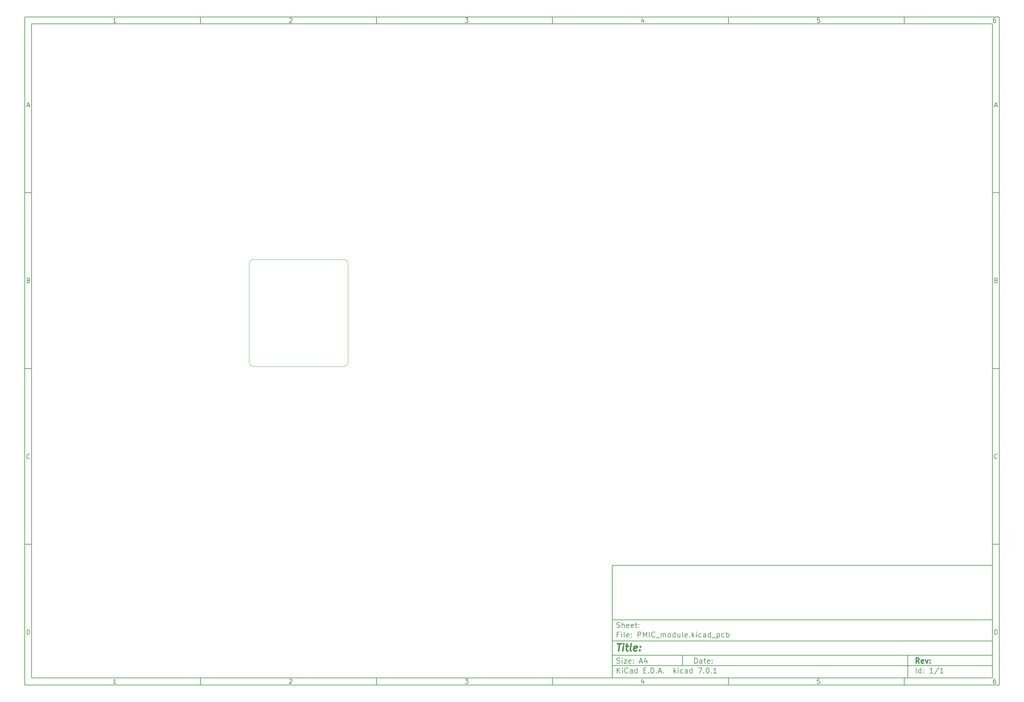
<source format=gbr>
%TF.GenerationSoftware,KiCad,Pcbnew,7.0.1*%
%TF.CreationDate,2023-09-22T10:39:05-04:00*%
%TF.ProjectId,PMIC_module,504d4943-5f6d-46f6-9475-6c652e6b6963,rev?*%
%TF.SameCoordinates,Original*%
%TF.FileFunction,Profile,NP*%
%FSLAX46Y46*%
G04 Gerber Fmt 4.6, Leading zero omitted, Abs format (unit mm)*
G04 Created by KiCad (PCBNEW 7.0.1) date 2023-09-22 10:39:06*
%MOMM*%
%LPD*%
G01*
G04 APERTURE LIST*
%ADD10C,0.100000*%
%ADD11C,0.150000*%
%ADD12C,0.300000*%
%ADD13C,0.400000*%
%TA.AperFunction,Profile*%
%ADD14C,0.100000*%
%TD*%
G04 APERTURE END LIST*
D10*
D11*
X177002200Y-166007200D02*
X285002200Y-166007200D01*
X285002200Y-198007200D01*
X177002200Y-198007200D01*
X177002200Y-166007200D01*
D10*
D11*
X10000000Y-10000000D02*
X287002200Y-10000000D01*
X287002200Y-200007200D01*
X10000000Y-200007200D01*
X10000000Y-10000000D01*
D10*
D11*
X12000000Y-12000000D02*
X285002200Y-12000000D01*
X285002200Y-198007200D01*
X12000000Y-198007200D01*
X12000000Y-12000000D01*
D10*
D11*
X60000000Y-12000000D02*
X60000000Y-10000000D01*
D10*
D11*
X110000000Y-12000000D02*
X110000000Y-10000000D01*
D10*
D11*
X160000000Y-12000000D02*
X160000000Y-10000000D01*
D10*
D11*
X210000000Y-12000000D02*
X210000000Y-10000000D01*
D10*
D11*
X260000000Y-12000000D02*
X260000000Y-10000000D01*
D10*
D11*
X35990476Y-11601404D02*
X35247619Y-11601404D01*
X35619047Y-11601404D02*
X35619047Y-10301404D01*
X35619047Y-10301404D02*
X35495238Y-10487119D01*
X35495238Y-10487119D02*
X35371428Y-10610928D01*
X35371428Y-10610928D02*
X35247619Y-10672833D01*
D10*
D11*
X85247619Y-10425214D02*
X85309523Y-10363309D01*
X85309523Y-10363309D02*
X85433333Y-10301404D01*
X85433333Y-10301404D02*
X85742857Y-10301404D01*
X85742857Y-10301404D02*
X85866666Y-10363309D01*
X85866666Y-10363309D02*
X85928571Y-10425214D01*
X85928571Y-10425214D02*
X85990476Y-10549023D01*
X85990476Y-10549023D02*
X85990476Y-10672833D01*
X85990476Y-10672833D02*
X85928571Y-10858547D01*
X85928571Y-10858547D02*
X85185714Y-11601404D01*
X85185714Y-11601404D02*
X85990476Y-11601404D01*
D10*
D11*
X135185714Y-10301404D02*
X135990476Y-10301404D01*
X135990476Y-10301404D02*
X135557142Y-10796642D01*
X135557142Y-10796642D02*
X135742857Y-10796642D01*
X135742857Y-10796642D02*
X135866666Y-10858547D01*
X135866666Y-10858547D02*
X135928571Y-10920452D01*
X135928571Y-10920452D02*
X135990476Y-11044261D01*
X135990476Y-11044261D02*
X135990476Y-11353785D01*
X135990476Y-11353785D02*
X135928571Y-11477595D01*
X135928571Y-11477595D02*
X135866666Y-11539500D01*
X135866666Y-11539500D02*
X135742857Y-11601404D01*
X135742857Y-11601404D02*
X135371428Y-11601404D01*
X135371428Y-11601404D02*
X135247619Y-11539500D01*
X135247619Y-11539500D02*
X135185714Y-11477595D01*
D10*
D11*
X185866666Y-10734738D02*
X185866666Y-11601404D01*
X185557142Y-10239500D02*
X185247619Y-11168071D01*
X185247619Y-11168071D02*
X186052380Y-11168071D01*
D10*
D11*
X235928571Y-10301404D02*
X235309523Y-10301404D01*
X235309523Y-10301404D02*
X235247619Y-10920452D01*
X235247619Y-10920452D02*
X235309523Y-10858547D01*
X235309523Y-10858547D02*
X235433333Y-10796642D01*
X235433333Y-10796642D02*
X235742857Y-10796642D01*
X235742857Y-10796642D02*
X235866666Y-10858547D01*
X235866666Y-10858547D02*
X235928571Y-10920452D01*
X235928571Y-10920452D02*
X235990476Y-11044261D01*
X235990476Y-11044261D02*
X235990476Y-11353785D01*
X235990476Y-11353785D02*
X235928571Y-11477595D01*
X235928571Y-11477595D02*
X235866666Y-11539500D01*
X235866666Y-11539500D02*
X235742857Y-11601404D01*
X235742857Y-11601404D02*
X235433333Y-11601404D01*
X235433333Y-11601404D02*
X235309523Y-11539500D01*
X235309523Y-11539500D02*
X235247619Y-11477595D01*
D10*
D11*
X285866666Y-10301404D02*
X285619047Y-10301404D01*
X285619047Y-10301404D02*
X285495238Y-10363309D01*
X285495238Y-10363309D02*
X285433333Y-10425214D01*
X285433333Y-10425214D02*
X285309523Y-10610928D01*
X285309523Y-10610928D02*
X285247619Y-10858547D01*
X285247619Y-10858547D02*
X285247619Y-11353785D01*
X285247619Y-11353785D02*
X285309523Y-11477595D01*
X285309523Y-11477595D02*
X285371428Y-11539500D01*
X285371428Y-11539500D02*
X285495238Y-11601404D01*
X285495238Y-11601404D02*
X285742857Y-11601404D01*
X285742857Y-11601404D02*
X285866666Y-11539500D01*
X285866666Y-11539500D02*
X285928571Y-11477595D01*
X285928571Y-11477595D02*
X285990476Y-11353785D01*
X285990476Y-11353785D02*
X285990476Y-11044261D01*
X285990476Y-11044261D02*
X285928571Y-10920452D01*
X285928571Y-10920452D02*
X285866666Y-10858547D01*
X285866666Y-10858547D02*
X285742857Y-10796642D01*
X285742857Y-10796642D02*
X285495238Y-10796642D01*
X285495238Y-10796642D02*
X285371428Y-10858547D01*
X285371428Y-10858547D02*
X285309523Y-10920452D01*
X285309523Y-10920452D02*
X285247619Y-11044261D01*
D10*
D11*
X60000000Y-198007200D02*
X60000000Y-200007200D01*
D10*
D11*
X110000000Y-198007200D02*
X110000000Y-200007200D01*
D10*
D11*
X160000000Y-198007200D02*
X160000000Y-200007200D01*
D10*
D11*
X210000000Y-198007200D02*
X210000000Y-200007200D01*
D10*
D11*
X260000000Y-198007200D02*
X260000000Y-200007200D01*
D10*
D11*
X35990476Y-199608604D02*
X35247619Y-199608604D01*
X35619047Y-199608604D02*
X35619047Y-198308604D01*
X35619047Y-198308604D02*
X35495238Y-198494319D01*
X35495238Y-198494319D02*
X35371428Y-198618128D01*
X35371428Y-198618128D02*
X35247619Y-198680033D01*
D10*
D11*
X85247619Y-198432414D02*
X85309523Y-198370509D01*
X85309523Y-198370509D02*
X85433333Y-198308604D01*
X85433333Y-198308604D02*
X85742857Y-198308604D01*
X85742857Y-198308604D02*
X85866666Y-198370509D01*
X85866666Y-198370509D02*
X85928571Y-198432414D01*
X85928571Y-198432414D02*
X85990476Y-198556223D01*
X85990476Y-198556223D02*
X85990476Y-198680033D01*
X85990476Y-198680033D02*
X85928571Y-198865747D01*
X85928571Y-198865747D02*
X85185714Y-199608604D01*
X85185714Y-199608604D02*
X85990476Y-199608604D01*
D10*
D11*
X135185714Y-198308604D02*
X135990476Y-198308604D01*
X135990476Y-198308604D02*
X135557142Y-198803842D01*
X135557142Y-198803842D02*
X135742857Y-198803842D01*
X135742857Y-198803842D02*
X135866666Y-198865747D01*
X135866666Y-198865747D02*
X135928571Y-198927652D01*
X135928571Y-198927652D02*
X135990476Y-199051461D01*
X135990476Y-199051461D02*
X135990476Y-199360985D01*
X135990476Y-199360985D02*
X135928571Y-199484795D01*
X135928571Y-199484795D02*
X135866666Y-199546700D01*
X135866666Y-199546700D02*
X135742857Y-199608604D01*
X135742857Y-199608604D02*
X135371428Y-199608604D01*
X135371428Y-199608604D02*
X135247619Y-199546700D01*
X135247619Y-199546700D02*
X135185714Y-199484795D01*
D10*
D11*
X185866666Y-198741938D02*
X185866666Y-199608604D01*
X185557142Y-198246700D02*
X185247619Y-199175271D01*
X185247619Y-199175271D02*
X186052380Y-199175271D01*
D10*
D11*
X235928571Y-198308604D02*
X235309523Y-198308604D01*
X235309523Y-198308604D02*
X235247619Y-198927652D01*
X235247619Y-198927652D02*
X235309523Y-198865747D01*
X235309523Y-198865747D02*
X235433333Y-198803842D01*
X235433333Y-198803842D02*
X235742857Y-198803842D01*
X235742857Y-198803842D02*
X235866666Y-198865747D01*
X235866666Y-198865747D02*
X235928571Y-198927652D01*
X235928571Y-198927652D02*
X235990476Y-199051461D01*
X235990476Y-199051461D02*
X235990476Y-199360985D01*
X235990476Y-199360985D02*
X235928571Y-199484795D01*
X235928571Y-199484795D02*
X235866666Y-199546700D01*
X235866666Y-199546700D02*
X235742857Y-199608604D01*
X235742857Y-199608604D02*
X235433333Y-199608604D01*
X235433333Y-199608604D02*
X235309523Y-199546700D01*
X235309523Y-199546700D02*
X235247619Y-199484795D01*
D10*
D11*
X285866666Y-198308604D02*
X285619047Y-198308604D01*
X285619047Y-198308604D02*
X285495238Y-198370509D01*
X285495238Y-198370509D02*
X285433333Y-198432414D01*
X285433333Y-198432414D02*
X285309523Y-198618128D01*
X285309523Y-198618128D02*
X285247619Y-198865747D01*
X285247619Y-198865747D02*
X285247619Y-199360985D01*
X285247619Y-199360985D02*
X285309523Y-199484795D01*
X285309523Y-199484795D02*
X285371428Y-199546700D01*
X285371428Y-199546700D02*
X285495238Y-199608604D01*
X285495238Y-199608604D02*
X285742857Y-199608604D01*
X285742857Y-199608604D02*
X285866666Y-199546700D01*
X285866666Y-199546700D02*
X285928571Y-199484795D01*
X285928571Y-199484795D02*
X285990476Y-199360985D01*
X285990476Y-199360985D02*
X285990476Y-199051461D01*
X285990476Y-199051461D02*
X285928571Y-198927652D01*
X285928571Y-198927652D02*
X285866666Y-198865747D01*
X285866666Y-198865747D02*
X285742857Y-198803842D01*
X285742857Y-198803842D02*
X285495238Y-198803842D01*
X285495238Y-198803842D02*
X285371428Y-198865747D01*
X285371428Y-198865747D02*
X285309523Y-198927652D01*
X285309523Y-198927652D02*
X285247619Y-199051461D01*
D10*
D11*
X10000000Y-60000000D02*
X12000000Y-60000000D01*
D10*
D11*
X10000000Y-110000000D02*
X12000000Y-110000000D01*
D10*
D11*
X10000000Y-160000000D02*
X12000000Y-160000000D01*
D10*
D11*
X10690476Y-35229976D02*
X11309523Y-35229976D01*
X10566666Y-35601404D02*
X10999999Y-34301404D01*
X10999999Y-34301404D02*
X11433333Y-35601404D01*
D10*
D11*
X11092857Y-84920452D02*
X11278571Y-84982357D01*
X11278571Y-84982357D02*
X11340476Y-85044261D01*
X11340476Y-85044261D02*
X11402380Y-85168071D01*
X11402380Y-85168071D02*
X11402380Y-85353785D01*
X11402380Y-85353785D02*
X11340476Y-85477595D01*
X11340476Y-85477595D02*
X11278571Y-85539500D01*
X11278571Y-85539500D02*
X11154761Y-85601404D01*
X11154761Y-85601404D02*
X10659523Y-85601404D01*
X10659523Y-85601404D02*
X10659523Y-84301404D01*
X10659523Y-84301404D02*
X11092857Y-84301404D01*
X11092857Y-84301404D02*
X11216666Y-84363309D01*
X11216666Y-84363309D02*
X11278571Y-84425214D01*
X11278571Y-84425214D02*
X11340476Y-84549023D01*
X11340476Y-84549023D02*
X11340476Y-84672833D01*
X11340476Y-84672833D02*
X11278571Y-84796642D01*
X11278571Y-84796642D02*
X11216666Y-84858547D01*
X11216666Y-84858547D02*
X11092857Y-84920452D01*
X11092857Y-84920452D02*
X10659523Y-84920452D01*
D10*
D11*
X11402380Y-135477595D02*
X11340476Y-135539500D01*
X11340476Y-135539500D02*
X11154761Y-135601404D01*
X11154761Y-135601404D02*
X11030952Y-135601404D01*
X11030952Y-135601404D02*
X10845238Y-135539500D01*
X10845238Y-135539500D02*
X10721428Y-135415690D01*
X10721428Y-135415690D02*
X10659523Y-135291880D01*
X10659523Y-135291880D02*
X10597619Y-135044261D01*
X10597619Y-135044261D02*
X10597619Y-134858547D01*
X10597619Y-134858547D02*
X10659523Y-134610928D01*
X10659523Y-134610928D02*
X10721428Y-134487119D01*
X10721428Y-134487119D02*
X10845238Y-134363309D01*
X10845238Y-134363309D02*
X11030952Y-134301404D01*
X11030952Y-134301404D02*
X11154761Y-134301404D01*
X11154761Y-134301404D02*
X11340476Y-134363309D01*
X11340476Y-134363309D02*
X11402380Y-134425214D01*
D10*
D11*
X10659523Y-185601404D02*
X10659523Y-184301404D01*
X10659523Y-184301404D02*
X10969047Y-184301404D01*
X10969047Y-184301404D02*
X11154761Y-184363309D01*
X11154761Y-184363309D02*
X11278571Y-184487119D01*
X11278571Y-184487119D02*
X11340476Y-184610928D01*
X11340476Y-184610928D02*
X11402380Y-184858547D01*
X11402380Y-184858547D02*
X11402380Y-185044261D01*
X11402380Y-185044261D02*
X11340476Y-185291880D01*
X11340476Y-185291880D02*
X11278571Y-185415690D01*
X11278571Y-185415690D02*
X11154761Y-185539500D01*
X11154761Y-185539500D02*
X10969047Y-185601404D01*
X10969047Y-185601404D02*
X10659523Y-185601404D01*
D10*
D11*
X287002200Y-60000000D02*
X285002200Y-60000000D01*
D10*
D11*
X287002200Y-110000000D02*
X285002200Y-110000000D01*
D10*
D11*
X287002200Y-160000000D02*
X285002200Y-160000000D01*
D10*
D11*
X285692676Y-35229976D02*
X286311723Y-35229976D01*
X285568866Y-35601404D02*
X286002199Y-34301404D01*
X286002199Y-34301404D02*
X286435533Y-35601404D01*
D10*
D11*
X286095057Y-84920452D02*
X286280771Y-84982357D01*
X286280771Y-84982357D02*
X286342676Y-85044261D01*
X286342676Y-85044261D02*
X286404580Y-85168071D01*
X286404580Y-85168071D02*
X286404580Y-85353785D01*
X286404580Y-85353785D02*
X286342676Y-85477595D01*
X286342676Y-85477595D02*
X286280771Y-85539500D01*
X286280771Y-85539500D02*
X286156961Y-85601404D01*
X286156961Y-85601404D02*
X285661723Y-85601404D01*
X285661723Y-85601404D02*
X285661723Y-84301404D01*
X285661723Y-84301404D02*
X286095057Y-84301404D01*
X286095057Y-84301404D02*
X286218866Y-84363309D01*
X286218866Y-84363309D02*
X286280771Y-84425214D01*
X286280771Y-84425214D02*
X286342676Y-84549023D01*
X286342676Y-84549023D02*
X286342676Y-84672833D01*
X286342676Y-84672833D02*
X286280771Y-84796642D01*
X286280771Y-84796642D02*
X286218866Y-84858547D01*
X286218866Y-84858547D02*
X286095057Y-84920452D01*
X286095057Y-84920452D02*
X285661723Y-84920452D01*
D10*
D11*
X286404580Y-135477595D02*
X286342676Y-135539500D01*
X286342676Y-135539500D02*
X286156961Y-135601404D01*
X286156961Y-135601404D02*
X286033152Y-135601404D01*
X286033152Y-135601404D02*
X285847438Y-135539500D01*
X285847438Y-135539500D02*
X285723628Y-135415690D01*
X285723628Y-135415690D02*
X285661723Y-135291880D01*
X285661723Y-135291880D02*
X285599819Y-135044261D01*
X285599819Y-135044261D02*
X285599819Y-134858547D01*
X285599819Y-134858547D02*
X285661723Y-134610928D01*
X285661723Y-134610928D02*
X285723628Y-134487119D01*
X285723628Y-134487119D02*
X285847438Y-134363309D01*
X285847438Y-134363309D02*
X286033152Y-134301404D01*
X286033152Y-134301404D02*
X286156961Y-134301404D01*
X286156961Y-134301404D02*
X286342676Y-134363309D01*
X286342676Y-134363309D02*
X286404580Y-134425214D01*
D10*
D11*
X285661723Y-185601404D02*
X285661723Y-184301404D01*
X285661723Y-184301404D02*
X285971247Y-184301404D01*
X285971247Y-184301404D02*
X286156961Y-184363309D01*
X286156961Y-184363309D02*
X286280771Y-184487119D01*
X286280771Y-184487119D02*
X286342676Y-184610928D01*
X286342676Y-184610928D02*
X286404580Y-184858547D01*
X286404580Y-184858547D02*
X286404580Y-185044261D01*
X286404580Y-185044261D02*
X286342676Y-185291880D01*
X286342676Y-185291880D02*
X286280771Y-185415690D01*
X286280771Y-185415690D02*
X286156961Y-185539500D01*
X286156961Y-185539500D02*
X285971247Y-185601404D01*
X285971247Y-185601404D02*
X285661723Y-185601404D01*
D10*
D11*
X200359342Y-193801128D02*
X200359342Y-192301128D01*
X200359342Y-192301128D02*
X200716485Y-192301128D01*
X200716485Y-192301128D02*
X200930771Y-192372557D01*
X200930771Y-192372557D02*
X201073628Y-192515414D01*
X201073628Y-192515414D02*
X201145057Y-192658271D01*
X201145057Y-192658271D02*
X201216485Y-192943985D01*
X201216485Y-192943985D02*
X201216485Y-193158271D01*
X201216485Y-193158271D02*
X201145057Y-193443985D01*
X201145057Y-193443985D02*
X201073628Y-193586842D01*
X201073628Y-193586842D02*
X200930771Y-193729700D01*
X200930771Y-193729700D02*
X200716485Y-193801128D01*
X200716485Y-193801128D02*
X200359342Y-193801128D01*
X202502200Y-193801128D02*
X202502200Y-193015414D01*
X202502200Y-193015414D02*
X202430771Y-192872557D01*
X202430771Y-192872557D02*
X202287914Y-192801128D01*
X202287914Y-192801128D02*
X202002200Y-192801128D01*
X202002200Y-192801128D02*
X201859342Y-192872557D01*
X202502200Y-193729700D02*
X202359342Y-193801128D01*
X202359342Y-193801128D02*
X202002200Y-193801128D01*
X202002200Y-193801128D02*
X201859342Y-193729700D01*
X201859342Y-193729700D02*
X201787914Y-193586842D01*
X201787914Y-193586842D02*
X201787914Y-193443985D01*
X201787914Y-193443985D02*
X201859342Y-193301128D01*
X201859342Y-193301128D02*
X202002200Y-193229700D01*
X202002200Y-193229700D02*
X202359342Y-193229700D01*
X202359342Y-193229700D02*
X202502200Y-193158271D01*
X203002200Y-192801128D02*
X203573628Y-192801128D01*
X203216485Y-192301128D02*
X203216485Y-193586842D01*
X203216485Y-193586842D02*
X203287914Y-193729700D01*
X203287914Y-193729700D02*
X203430771Y-193801128D01*
X203430771Y-193801128D02*
X203573628Y-193801128D01*
X204645057Y-193729700D02*
X204502200Y-193801128D01*
X204502200Y-193801128D02*
X204216486Y-193801128D01*
X204216486Y-193801128D02*
X204073628Y-193729700D01*
X204073628Y-193729700D02*
X204002200Y-193586842D01*
X204002200Y-193586842D02*
X204002200Y-193015414D01*
X204002200Y-193015414D02*
X204073628Y-192872557D01*
X204073628Y-192872557D02*
X204216486Y-192801128D01*
X204216486Y-192801128D02*
X204502200Y-192801128D01*
X204502200Y-192801128D02*
X204645057Y-192872557D01*
X204645057Y-192872557D02*
X204716486Y-193015414D01*
X204716486Y-193015414D02*
X204716486Y-193158271D01*
X204716486Y-193158271D02*
X204002200Y-193301128D01*
X205359342Y-193658271D02*
X205430771Y-193729700D01*
X205430771Y-193729700D02*
X205359342Y-193801128D01*
X205359342Y-193801128D02*
X205287914Y-193729700D01*
X205287914Y-193729700D02*
X205359342Y-193658271D01*
X205359342Y-193658271D02*
X205359342Y-193801128D01*
X205359342Y-192872557D02*
X205430771Y-192943985D01*
X205430771Y-192943985D02*
X205359342Y-193015414D01*
X205359342Y-193015414D02*
X205287914Y-192943985D01*
X205287914Y-192943985D02*
X205359342Y-192872557D01*
X205359342Y-192872557D02*
X205359342Y-193015414D01*
D10*
D11*
X177002200Y-194507200D02*
X285002200Y-194507200D01*
D10*
D11*
X178359342Y-196601128D02*
X178359342Y-195101128D01*
X179216485Y-196601128D02*
X178573628Y-195743985D01*
X179216485Y-195101128D02*
X178359342Y-195958271D01*
X179859342Y-196601128D02*
X179859342Y-195601128D01*
X179859342Y-195101128D02*
X179787914Y-195172557D01*
X179787914Y-195172557D02*
X179859342Y-195243985D01*
X179859342Y-195243985D02*
X179930771Y-195172557D01*
X179930771Y-195172557D02*
X179859342Y-195101128D01*
X179859342Y-195101128D02*
X179859342Y-195243985D01*
X181430771Y-196458271D02*
X181359343Y-196529700D01*
X181359343Y-196529700D02*
X181145057Y-196601128D01*
X181145057Y-196601128D02*
X181002200Y-196601128D01*
X181002200Y-196601128D02*
X180787914Y-196529700D01*
X180787914Y-196529700D02*
X180645057Y-196386842D01*
X180645057Y-196386842D02*
X180573628Y-196243985D01*
X180573628Y-196243985D02*
X180502200Y-195958271D01*
X180502200Y-195958271D02*
X180502200Y-195743985D01*
X180502200Y-195743985D02*
X180573628Y-195458271D01*
X180573628Y-195458271D02*
X180645057Y-195315414D01*
X180645057Y-195315414D02*
X180787914Y-195172557D01*
X180787914Y-195172557D02*
X181002200Y-195101128D01*
X181002200Y-195101128D02*
X181145057Y-195101128D01*
X181145057Y-195101128D02*
X181359343Y-195172557D01*
X181359343Y-195172557D02*
X181430771Y-195243985D01*
X182716486Y-196601128D02*
X182716486Y-195815414D01*
X182716486Y-195815414D02*
X182645057Y-195672557D01*
X182645057Y-195672557D02*
X182502200Y-195601128D01*
X182502200Y-195601128D02*
X182216486Y-195601128D01*
X182216486Y-195601128D02*
X182073628Y-195672557D01*
X182716486Y-196529700D02*
X182573628Y-196601128D01*
X182573628Y-196601128D02*
X182216486Y-196601128D01*
X182216486Y-196601128D02*
X182073628Y-196529700D01*
X182073628Y-196529700D02*
X182002200Y-196386842D01*
X182002200Y-196386842D02*
X182002200Y-196243985D01*
X182002200Y-196243985D02*
X182073628Y-196101128D01*
X182073628Y-196101128D02*
X182216486Y-196029700D01*
X182216486Y-196029700D02*
X182573628Y-196029700D01*
X182573628Y-196029700D02*
X182716486Y-195958271D01*
X184073629Y-196601128D02*
X184073629Y-195101128D01*
X184073629Y-196529700D02*
X183930771Y-196601128D01*
X183930771Y-196601128D02*
X183645057Y-196601128D01*
X183645057Y-196601128D02*
X183502200Y-196529700D01*
X183502200Y-196529700D02*
X183430771Y-196458271D01*
X183430771Y-196458271D02*
X183359343Y-196315414D01*
X183359343Y-196315414D02*
X183359343Y-195886842D01*
X183359343Y-195886842D02*
X183430771Y-195743985D01*
X183430771Y-195743985D02*
X183502200Y-195672557D01*
X183502200Y-195672557D02*
X183645057Y-195601128D01*
X183645057Y-195601128D02*
X183930771Y-195601128D01*
X183930771Y-195601128D02*
X184073629Y-195672557D01*
X185930771Y-195815414D02*
X186430771Y-195815414D01*
X186645057Y-196601128D02*
X185930771Y-196601128D01*
X185930771Y-196601128D02*
X185930771Y-195101128D01*
X185930771Y-195101128D02*
X186645057Y-195101128D01*
X187287914Y-196458271D02*
X187359343Y-196529700D01*
X187359343Y-196529700D02*
X187287914Y-196601128D01*
X187287914Y-196601128D02*
X187216486Y-196529700D01*
X187216486Y-196529700D02*
X187287914Y-196458271D01*
X187287914Y-196458271D02*
X187287914Y-196601128D01*
X188002200Y-196601128D02*
X188002200Y-195101128D01*
X188002200Y-195101128D02*
X188359343Y-195101128D01*
X188359343Y-195101128D02*
X188573629Y-195172557D01*
X188573629Y-195172557D02*
X188716486Y-195315414D01*
X188716486Y-195315414D02*
X188787915Y-195458271D01*
X188787915Y-195458271D02*
X188859343Y-195743985D01*
X188859343Y-195743985D02*
X188859343Y-195958271D01*
X188859343Y-195958271D02*
X188787915Y-196243985D01*
X188787915Y-196243985D02*
X188716486Y-196386842D01*
X188716486Y-196386842D02*
X188573629Y-196529700D01*
X188573629Y-196529700D02*
X188359343Y-196601128D01*
X188359343Y-196601128D02*
X188002200Y-196601128D01*
X189502200Y-196458271D02*
X189573629Y-196529700D01*
X189573629Y-196529700D02*
X189502200Y-196601128D01*
X189502200Y-196601128D02*
X189430772Y-196529700D01*
X189430772Y-196529700D02*
X189502200Y-196458271D01*
X189502200Y-196458271D02*
X189502200Y-196601128D01*
X190145058Y-196172557D02*
X190859344Y-196172557D01*
X190002201Y-196601128D02*
X190502201Y-195101128D01*
X190502201Y-195101128D02*
X191002201Y-196601128D01*
X191502200Y-196458271D02*
X191573629Y-196529700D01*
X191573629Y-196529700D02*
X191502200Y-196601128D01*
X191502200Y-196601128D02*
X191430772Y-196529700D01*
X191430772Y-196529700D02*
X191502200Y-196458271D01*
X191502200Y-196458271D02*
X191502200Y-196601128D01*
X194502200Y-196601128D02*
X194502200Y-195101128D01*
X194645058Y-196029700D02*
X195073629Y-196601128D01*
X195073629Y-195601128D02*
X194502200Y-196172557D01*
X195716486Y-196601128D02*
X195716486Y-195601128D01*
X195716486Y-195101128D02*
X195645058Y-195172557D01*
X195645058Y-195172557D02*
X195716486Y-195243985D01*
X195716486Y-195243985D02*
X195787915Y-195172557D01*
X195787915Y-195172557D02*
X195716486Y-195101128D01*
X195716486Y-195101128D02*
X195716486Y-195243985D01*
X197073630Y-196529700D02*
X196930772Y-196601128D01*
X196930772Y-196601128D02*
X196645058Y-196601128D01*
X196645058Y-196601128D02*
X196502201Y-196529700D01*
X196502201Y-196529700D02*
X196430772Y-196458271D01*
X196430772Y-196458271D02*
X196359344Y-196315414D01*
X196359344Y-196315414D02*
X196359344Y-195886842D01*
X196359344Y-195886842D02*
X196430772Y-195743985D01*
X196430772Y-195743985D02*
X196502201Y-195672557D01*
X196502201Y-195672557D02*
X196645058Y-195601128D01*
X196645058Y-195601128D02*
X196930772Y-195601128D01*
X196930772Y-195601128D02*
X197073630Y-195672557D01*
X198359344Y-196601128D02*
X198359344Y-195815414D01*
X198359344Y-195815414D02*
X198287915Y-195672557D01*
X198287915Y-195672557D02*
X198145058Y-195601128D01*
X198145058Y-195601128D02*
X197859344Y-195601128D01*
X197859344Y-195601128D02*
X197716486Y-195672557D01*
X198359344Y-196529700D02*
X198216486Y-196601128D01*
X198216486Y-196601128D02*
X197859344Y-196601128D01*
X197859344Y-196601128D02*
X197716486Y-196529700D01*
X197716486Y-196529700D02*
X197645058Y-196386842D01*
X197645058Y-196386842D02*
X197645058Y-196243985D01*
X197645058Y-196243985D02*
X197716486Y-196101128D01*
X197716486Y-196101128D02*
X197859344Y-196029700D01*
X197859344Y-196029700D02*
X198216486Y-196029700D01*
X198216486Y-196029700D02*
X198359344Y-195958271D01*
X199716487Y-196601128D02*
X199716487Y-195101128D01*
X199716487Y-196529700D02*
X199573629Y-196601128D01*
X199573629Y-196601128D02*
X199287915Y-196601128D01*
X199287915Y-196601128D02*
X199145058Y-196529700D01*
X199145058Y-196529700D02*
X199073629Y-196458271D01*
X199073629Y-196458271D02*
X199002201Y-196315414D01*
X199002201Y-196315414D02*
X199002201Y-195886842D01*
X199002201Y-195886842D02*
X199073629Y-195743985D01*
X199073629Y-195743985D02*
X199145058Y-195672557D01*
X199145058Y-195672557D02*
X199287915Y-195601128D01*
X199287915Y-195601128D02*
X199573629Y-195601128D01*
X199573629Y-195601128D02*
X199716487Y-195672557D01*
X201430772Y-195101128D02*
X202430772Y-195101128D01*
X202430772Y-195101128D02*
X201787915Y-196601128D01*
X203002200Y-196458271D02*
X203073629Y-196529700D01*
X203073629Y-196529700D02*
X203002200Y-196601128D01*
X203002200Y-196601128D02*
X202930772Y-196529700D01*
X202930772Y-196529700D02*
X203002200Y-196458271D01*
X203002200Y-196458271D02*
X203002200Y-196601128D01*
X204002201Y-195101128D02*
X204145058Y-195101128D01*
X204145058Y-195101128D02*
X204287915Y-195172557D01*
X204287915Y-195172557D02*
X204359344Y-195243985D01*
X204359344Y-195243985D02*
X204430772Y-195386842D01*
X204430772Y-195386842D02*
X204502201Y-195672557D01*
X204502201Y-195672557D02*
X204502201Y-196029700D01*
X204502201Y-196029700D02*
X204430772Y-196315414D01*
X204430772Y-196315414D02*
X204359344Y-196458271D01*
X204359344Y-196458271D02*
X204287915Y-196529700D01*
X204287915Y-196529700D02*
X204145058Y-196601128D01*
X204145058Y-196601128D02*
X204002201Y-196601128D01*
X204002201Y-196601128D02*
X203859344Y-196529700D01*
X203859344Y-196529700D02*
X203787915Y-196458271D01*
X203787915Y-196458271D02*
X203716486Y-196315414D01*
X203716486Y-196315414D02*
X203645058Y-196029700D01*
X203645058Y-196029700D02*
X203645058Y-195672557D01*
X203645058Y-195672557D02*
X203716486Y-195386842D01*
X203716486Y-195386842D02*
X203787915Y-195243985D01*
X203787915Y-195243985D02*
X203859344Y-195172557D01*
X203859344Y-195172557D02*
X204002201Y-195101128D01*
X205145057Y-196458271D02*
X205216486Y-196529700D01*
X205216486Y-196529700D02*
X205145057Y-196601128D01*
X205145057Y-196601128D02*
X205073629Y-196529700D01*
X205073629Y-196529700D02*
X205145057Y-196458271D01*
X205145057Y-196458271D02*
X205145057Y-196601128D01*
X206645058Y-196601128D02*
X205787915Y-196601128D01*
X206216486Y-196601128D02*
X206216486Y-195101128D01*
X206216486Y-195101128D02*
X206073629Y-195315414D01*
X206073629Y-195315414D02*
X205930772Y-195458271D01*
X205930772Y-195458271D02*
X205787915Y-195529700D01*
D10*
D11*
X177002200Y-191507200D02*
X285002200Y-191507200D01*
D10*
D12*
X264216485Y-193801128D02*
X263716485Y-193086842D01*
X263359342Y-193801128D02*
X263359342Y-192301128D01*
X263359342Y-192301128D02*
X263930771Y-192301128D01*
X263930771Y-192301128D02*
X264073628Y-192372557D01*
X264073628Y-192372557D02*
X264145057Y-192443985D01*
X264145057Y-192443985D02*
X264216485Y-192586842D01*
X264216485Y-192586842D02*
X264216485Y-192801128D01*
X264216485Y-192801128D02*
X264145057Y-192943985D01*
X264145057Y-192943985D02*
X264073628Y-193015414D01*
X264073628Y-193015414D02*
X263930771Y-193086842D01*
X263930771Y-193086842D02*
X263359342Y-193086842D01*
X265430771Y-193729700D02*
X265287914Y-193801128D01*
X265287914Y-193801128D02*
X265002200Y-193801128D01*
X265002200Y-193801128D02*
X264859342Y-193729700D01*
X264859342Y-193729700D02*
X264787914Y-193586842D01*
X264787914Y-193586842D02*
X264787914Y-193015414D01*
X264787914Y-193015414D02*
X264859342Y-192872557D01*
X264859342Y-192872557D02*
X265002200Y-192801128D01*
X265002200Y-192801128D02*
X265287914Y-192801128D01*
X265287914Y-192801128D02*
X265430771Y-192872557D01*
X265430771Y-192872557D02*
X265502200Y-193015414D01*
X265502200Y-193015414D02*
X265502200Y-193158271D01*
X265502200Y-193158271D02*
X264787914Y-193301128D01*
X266002199Y-192801128D02*
X266359342Y-193801128D01*
X266359342Y-193801128D02*
X266716485Y-192801128D01*
X267287913Y-193658271D02*
X267359342Y-193729700D01*
X267359342Y-193729700D02*
X267287913Y-193801128D01*
X267287913Y-193801128D02*
X267216485Y-193729700D01*
X267216485Y-193729700D02*
X267287913Y-193658271D01*
X267287913Y-193658271D02*
X267287913Y-193801128D01*
X267287913Y-192872557D02*
X267359342Y-192943985D01*
X267359342Y-192943985D02*
X267287913Y-193015414D01*
X267287913Y-193015414D02*
X267216485Y-192943985D01*
X267216485Y-192943985D02*
X267287913Y-192872557D01*
X267287913Y-192872557D02*
X267287913Y-193015414D01*
D10*
D11*
X178287914Y-193729700D02*
X178502200Y-193801128D01*
X178502200Y-193801128D02*
X178859342Y-193801128D01*
X178859342Y-193801128D02*
X179002200Y-193729700D01*
X179002200Y-193729700D02*
X179073628Y-193658271D01*
X179073628Y-193658271D02*
X179145057Y-193515414D01*
X179145057Y-193515414D02*
X179145057Y-193372557D01*
X179145057Y-193372557D02*
X179073628Y-193229700D01*
X179073628Y-193229700D02*
X179002200Y-193158271D01*
X179002200Y-193158271D02*
X178859342Y-193086842D01*
X178859342Y-193086842D02*
X178573628Y-193015414D01*
X178573628Y-193015414D02*
X178430771Y-192943985D01*
X178430771Y-192943985D02*
X178359342Y-192872557D01*
X178359342Y-192872557D02*
X178287914Y-192729700D01*
X178287914Y-192729700D02*
X178287914Y-192586842D01*
X178287914Y-192586842D02*
X178359342Y-192443985D01*
X178359342Y-192443985D02*
X178430771Y-192372557D01*
X178430771Y-192372557D02*
X178573628Y-192301128D01*
X178573628Y-192301128D02*
X178930771Y-192301128D01*
X178930771Y-192301128D02*
X179145057Y-192372557D01*
X179787913Y-193801128D02*
X179787913Y-192801128D01*
X179787913Y-192301128D02*
X179716485Y-192372557D01*
X179716485Y-192372557D02*
X179787913Y-192443985D01*
X179787913Y-192443985D02*
X179859342Y-192372557D01*
X179859342Y-192372557D02*
X179787913Y-192301128D01*
X179787913Y-192301128D02*
X179787913Y-192443985D01*
X180359342Y-192801128D02*
X181145057Y-192801128D01*
X181145057Y-192801128D02*
X180359342Y-193801128D01*
X180359342Y-193801128D02*
X181145057Y-193801128D01*
X182287914Y-193729700D02*
X182145057Y-193801128D01*
X182145057Y-193801128D02*
X181859343Y-193801128D01*
X181859343Y-193801128D02*
X181716485Y-193729700D01*
X181716485Y-193729700D02*
X181645057Y-193586842D01*
X181645057Y-193586842D02*
X181645057Y-193015414D01*
X181645057Y-193015414D02*
X181716485Y-192872557D01*
X181716485Y-192872557D02*
X181859343Y-192801128D01*
X181859343Y-192801128D02*
X182145057Y-192801128D01*
X182145057Y-192801128D02*
X182287914Y-192872557D01*
X182287914Y-192872557D02*
X182359343Y-193015414D01*
X182359343Y-193015414D02*
X182359343Y-193158271D01*
X182359343Y-193158271D02*
X181645057Y-193301128D01*
X183002199Y-193658271D02*
X183073628Y-193729700D01*
X183073628Y-193729700D02*
X183002199Y-193801128D01*
X183002199Y-193801128D02*
X182930771Y-193729700D01*
X182930771Y-193729700D02*
X183002199Y-193658271D01*
X183002199Y-193658271D02*
X183002199Y-193801128D01*
X183002199Y-192872557D02*
X183073628Y-192943985D01*
X183073628Y-192943985D02*
X183002199Y-193015414D01*
X183002199Y-193015414D02*
X182930771Y-192943985D01*
X182930771Y-192943985D02*
X183002199Y-192872557D01*
X183002199Y-192872557D02*
X183002199Y-193015414D01*
X184787914Y-193372557D02*
X185502200Y-193372557D01*
X184645057Y-193801128D02*
X185145057Y-192301128D01*
X185145057Y-192301128D02*
X185645057Y-193801128D01*
X186787914Y-192801128D02*
X186787914Y-193801128D01*
X186430771Y-192229700D02*
X186073628Y-193301128D01*
X186073628Y-193301128D02*
X187002199Y-193301128D01*
D10*
D11*
X263359342Y-196601128D02*
X263359342Y-195101128D01*
X264716486Y-196601128D02*
X264716486Y-195101128D01*
X264716486Y-196529700D02*
X264573628Y-196601128D01*
X264573628Y-196601128D02*
X264287914Y-196601128D01*
X264287914Y-196601128D02*
X264145057Y-196529700D01*
X264145057Y-196529700D02*
X264073628Y-196458271D01*
X264073628Y-196458271D02*
X264002200Y-196315414D01*
X264002200Y-196315414D02*
X264002200Y-195886842D01*
X264002200Y-195886842D02*
X264073628Y-195743985D01*
X264073628Y-195743985D02*
X264145057Y-195672557D01*
X264145057Y-195672557D02*
X264287914Y-195601128D01*
X264287914Y-195601128D02*
X264573628Y-195601128D01*
X264573628Y-195601128D02*
X264716486Y-195672557D01*
X265430771Y-196458271D02*
X265502200Y-196529700D01*
X265502200Y-196529700D02*
X265430771Y-196601128D01*
X265430771Y-196601128D02*
X265359343Y-196529700D01*
X265359343Y-196529700D02*
X265430771Y-196458271D01*
X265430771Y-196458271D02*
X265430771Y-196601128D01*
X265430771Y-195672557D02*
X265502200Y-195743985D01*
X265502200Y-195743985D02*
X265430771Y-195815414D01*
X265430771Y-195815414D02*
X265359343Y-195743985D01*
X265359343Y-195743985D02*
X265430771Y-195672557D01*
X265430771Y-195672557D02*
X265430771Y-195815414D01*
X268073629Y-196601128D02*
X267216486Y-196601128D01*
X267645057Y-196601128D02*
X267645057Y-195101128D01*
X267645057Y-195101128D02*
X267502200Y-195315414D01*
X267502200Y-195315414D02*
X267359343Y-195458271D01*
X267359343Y-195458271D02*
X267216486Y-195529700D01*
X269787914Y-195029700D02*
X268502200Y-196958271D01*
X271073629Y-196601128D02*
X270216486Y-196601128D01*
X270645057Y-196601128D02*
X270645057Y-195101128D01*
X270645057Y-195101128D02*
X270502200Y-195315414D01*
X270502200Y-195315414D02*
X270359343Y-195458271D01*
X270359343Y-195458271D02*
X270216486Y-195529700D01*
D10*
D11*
X177002200Y-187507200D02*
X285002200Y-187507200D01*
D10*
D13*
X178430771Y-188232438D02*
X179573628Y-188232438D01*
X178752200Y-190232438D02*
X179002200Y-188232438D01*
X179978390Y-190232438D02*
X180145057Y-188899104D01*
X180228390Y-188232438D02*
X180121247Y-188327676D01*
X180121247Y-188327676D02*
X180204581Y-188422914D01*
X180204581Y-188422914D02*
X180311724Y-188327676D01*
X180311724Y-188327676D02*
X180228390Y-188232438D01*
X180228390Y-188232438D02*
X180204581Y-188422914D01*
X180799819Y-188899104D02*
X181561723Y-188899104D01*
X181168866Y-188232438D02*
X180954581Y-189946723D01*
X180954581Y-189946723D02*
X181026009Y-190137200D01*
X181026009Y-190137200D02*
X181204581Y-190232438D01*
X181204581Y-190232438D02*
X181395057Y-190232438D01*
X182335533Y-190232438D02*
X182156961Y-190137200D01*
X182156961Y-190137200D02*
X182085533Y-189946723D01*
X182085533Y-189946723D02*
X182299818Y-188232438D01*
X183859342Y-190137200D02*
X183656961Y-190232438D01*
X183656961Y-190232438D02*
X183276008Y-190232438D01*
X183276008Y-190232438D02*
X183097437Y-190137200D01*
X183097437Y-190137200D02*
X183026008Y-189946723D01*
X183026008Y-189946723D02*
X183121247Y-189184819D01*
X183121247Y-189184819D02*
X183240294Y-188994342D01*
X183240294Y-188994342D02*
X183442675Y-188899104D01*
X183442675Y-188899104D02*
X183823627Y-188899104D01*
X183823627Y-188899104D02*
X184002199Y-188994342D01*
X184002199Y-188994342D02*
X184073627Y-189184819D01*
X184073627Y-189184819D02*
X184049818Y-189375295D01*
X184049818Y-189375295D02*
X183073627Y-189565771D01*
X184811723Y-190041961D02*
X184895056Y-190137200D01*
X184895056Y-190137200D02*
X184787913Y-190232438D01*
X184787913Y-190232438D02*
X184704580Y-190137200D01*
X184704580Y-190137200D02*
X184811723Y-190041961D01*
X184811723Y-190041961D02*
X184787913Y-190232438D01*
X184942675Y-188994342D02*
X185026008Y-189089580D01*
X185026008Y-189089580D02*
X184918866Y-189184819D01*
X184918866Y-189184819D02*
X184835532Y-189089580D01*
X184835532Y-189089580D02*
X184942675Y-188994342D01*
X184942675Y-188994342D02*
X184918866Y-189184819D01*
D10*
D11*
X178859342Y-185615414D02*
X178359342Y-185615414D01*
X178359342Y-186401128D02*
X178359342Y-184901128D01*
X178359342Y-184901128D02*
X179073628Y-184901128D01*
X179645056Y-186401128D02*
X179645056Y-185401128D01*
X179645056Y-184901128D02*
X179573628Y-184972557D01*
X179573628Y-184972557D02*
X179645056Y-185043985D01*
X179645056Y-185043985D02*
X179716485Y-184972557D01*
X179716485Y-184972557D02*
X179645056Y-184901128D01*
X179645056Y-184901128D02*
X179645056Y-185043985D01*
X180573628Y-186401128D02*
X180430771Y-186329700D01*
X180430771Y-186329700D02*
X180359342Y-186186842D01*
X180359342Y-186186842D02*
X180359342Y-184901128D01*
X181716485Y-186329700D02*
X181573628Y-186401128D01*
X181573628Y-186401128D02*
X181287914Y-186401128D01*
X181287914Y-186401128D02*
X181145056Y-186329700D01*
X181145056Y-186329700D02*
X181073628Y-186186842D01*
X181073628Y-186186842D02*
X181073628Y-185615414D01*
X181073628Y-185615414D02*
X181145056Y-185472557D01*
X181145056Y-185472557D02*
X181287914Y-185401128D01*
X181287914Y-185401128D02*
X181573628Y-185401128D01*
X181573628Y-185401128D02*
X181716485Y-185472557D01*
X181716485Y-185472557D02*
X181787914Y-185615414D01*
X181787914Y-185615414D02*
X181787914Y-185758271D01*
X181787914Y-185758271D02*
X181073628Y-185901128D01*
X182430770Y-186258271D02*
X182502199Y-186329700D01*
X182502199Y-186329700D02*
X182430770Y-186401128D01*
X182430770Y-186401128D02*
X182359342Y-186329700D01*
X182359342Y-186329700D02*
X182430770Y-186258271D01*
X182430770Y-186258271D02*
X182430770Y-186401128D01*
X182430770Y-185472557D02*
X182502199Y-185543985D01*
X182502199Y-185543985D02*
X182430770Y-185615414D01*
X182430770Y-185615414D02*
X182359342Y-185543985D01*
X182359342Y-185543985D02*
X182430770Y-185472557D01*
X182430770Y-185472557D02*
X182430770Y-185615414D01*
X184287913Y-186401128D02*
X184287913Y-184901128D01*
X184287913Y-184901128D02*
X184859342Y-184901128D01*
X184859342Y-184901128D02*
X185002199Y-184972557D01*
X185002199Y-184972557D02*
X185073628Y-185043985D01*
X185073628Y-185043985D02*
X185145056Y-185186842D01*
X185145056Y-185186842D02*
X185145056Y-185401128D01*
X185145056Y-185401128D02*
X185073628Y-185543985D01*
X185073628Y-185543985D02*
X185002199Y-185615414D01*
X185002199Y-185615414D02*
X184859342Y-185686842D01*
X184859342Y-185686842D02*
X184287913Y-185686842D01*
X185787913Y-186401128D02*
X185787913Y-184901128D01*
X185787913Y-184901128D02*
X186287913Y-185972557D01*
X186287913Y-185972557D02*
X186787913Y-184901128D01*
X186787913Y-184901128D02*
X186787913Y-186401128D01*
X187502199Y-186401128D02*
X187502199Y-184901128D01*
X189073628Y-186258271D02*
X189002200Y-186329700D01*
X189002200Y-186329700D02*
X188787914Y-186401128D01*
X188787914Y-186401128D02*
X188645057Y-186401128D01*
X188645057Y-186401128D02*
X188430771Y-186329700D01*
X188430771Y-186329700D02*
X188287914Y-186186842D01*
X188287914Y-186186842D02*
X188216485Y-186043985D01*
X188216485Y-186043985D02*
X188145057Y-185758271D01*
X188145057Y-185758271D02*
X188145057Y-185543985D01*
X188145057Y-185543985D02*
X188216485Y-185258271D01*
X188216485Y-185258271D02*
X188287914Y-185115414D01*
X188287914Y-185115414D02*
X188430771Y-184972557D01*
X188430771Y-184972557D02*
X188645057Y-184901128D01*
X188645057Y-184901128D02*
X188787914Y-184901128D01*
X188787914Y-184901128D02*
X189002200Y-184972557D01*
X189002200Y-184972557D02*
X189073628Y-185043985D01*
X189359343Y-186543985D02*
X190502200Y-186543985D01*
X190859342Y-186401128D02*
X190859342Y-185401128D01*
X190859342Y-185543985D02*
X190930771Y-185472557D01*
X190930771Y-185472557D02*
X191073628Y-185401128D01*
X191073628Y-185401128D02*
X191287914Y-185401128D01*
X191287914Y-185401128D02*
X191430771Y-185472557D01*
X191430771Y-185472557D02*
X191502200Y-185615414D01*
X191502200Y-185615414D02*
X191502200Y-186401128D01*
X191502200Y-185615414D02*
X191573628Y-185472557D01*
X191573628Y-185472557D02*
X191716485Y-185401128D01*
X191716485Y-185401128D02*
X191930771Y-185401128D01*
X191930771Y-185401128D02*
X192073628Y-185472557D01*
X192073628Y-185472557D02*
X192145057Y-185615414D01*
X192145057Y-185615414D02*
X192145057Y-186401128D01*
X193073628Y-186401128D02*
X192930771Y-186329700D01*
X192930771Y-186329700D02*
X192859342Y-186258271D01*
X192859342Y-186258271D02*
X192787914Y-186115414D01*
X192787914Y-186115414D02*
X192787914Y-185686842D01*
X192787914Y-185686842D02*
X192859342Y-185543985D01*
X192859342Y-185543985D02*
X192930771Y-185472557D01*
X192930771Y-185472557D02*
X193073628Y-185401128D01*
X193073628Y-185401128D02*
X193287914Y-185401128D01*
X193287914Y-185401128D02*
X193430771Y-185472557D01*
X193430771Y-185472557D02*
X193502200Y-185543985D01*
X193502200Y-185543985D02*
X193573628Y-185686842D01*
X193573628Y-185686842D02*
X193573628Y-186115414D01*
X193573628Y-186115414D02*
X193502200Y-186258271D01*
X193502200Y-186258271D02*
X193430771Y-186329700D01*
X193430771Y-186329700D02*
X193287914Y-186401128D01*
X193287914Y-186401128D02*
X193073628Y-186401128D01*
X194859343Y-186401128D02*
X194859343Y-184901128D01*
X194859343Y-186329700D02*
X194716485Y-186401128D01*
X194716485Y-186401128D02*
X194430771Y-186401128D01*
X194430771Y-186401128D02*
X194287914Y-186329700D01*
X194287914Y-186329700D02*
X194216485Y-186258271D01*
X194216485Y-186258271D02*
X194145057Y-186115414D01*
X194145057Y-186115414D02*
X194145057Y-185686842D01*
X194145057Y-185686842D02*
X194216485Y-185543985D01*
X194216485Y-185543985D02*
X194287914Y-185472557D01*
X194287914Y-185472557D02*
X194430771Y-185401128D01*
X194430771Y-185401128D02*
X194716485Y-185401128D01*
X194716485Y-185401128D02*
X194859343Y-185472557D01*
X196216486Y-185401128D02*
X196216486Y-186401128D01*
X195573628Y-185401128D02*
X195573628Y-186186842D01*
X195573628Y-186186842D02*
X195645057Y-186329700D01*
X195645057Y-186329700D02*
X195787914Y-186401128D01*
X195787914Y-186401128D02*
X196002200Y-186401128D01*
X196002200Y-186401128D02*
X196145057Y-186329700D01*
X196145057Y-186329700D02*
X196216486Y-186258271D01*
X197145057Y-186401128D02*
X197002200Y-186329700D01*
X197002200Y-186329700D02*
X196930771Y-186186842D01*
X196930771Y-186186842D02*
X196930771Y-184901128D01*
X198287914Y-186329700D02*
X198145057Y-186401128D01*
X198145057Y-186401128D02*
X197859343Y-186401128D01*
X197859343Y-186401128D02*
X197716485Y-186329700D01*
X197716485Y-186329700D02*
X197645057Y-186186842D01*
X197645057Y-186186842D02*
X197645057Y-185615414D01*
X197645057Y-185615414D02*
X197716485Y-185472557D01*
X197716485Y-185472557D02*
X197859343Y-185401128D01*
X197859343Y-185401128D02*
X198145057Y-185401128D01*
X198145057Y-185401128D02*
X198287914Y-185472557D01*
X198287914Y-185472557D02*
X198359343Y-185615414D01*
X198359343Y-185615414D02*
X198359343Y-185758271D01*
X198359343Y-185758271D02*
X197645057Y-185901128D01*
X199002199Y-186258271D02*
X199073628Y-186329700D01*
X199073628Y-186329700D02*
X199002199Y-186401128D01*
X199002199Y-186401128D02*
X198930771Y-186329700D01*
X198930771Y-186329700D02*
X199002199Y-186258271D01*
X199002199Y-186258271D02*
X199002199Y-186401128D01*
X199716485Y-186401128D02*
X199716485Y-184901128D01*
X199859343Y-185829700D02*
X200287914Y-186401128D01*
X200287914Y-185401128D02*
X199716485Y-185972557D01*
X200930771Y-186401128D02*
X200930771Y-185401128D01*
X200930771Y-184901128D02*
X200859343Y-184972557D01*
X200859343Y-184972557D02*
X200930771Y-185043985D01*
X200930771Y-185043985D02*
X201002200Y-184972557D01*
X201002200Y-184972557D02*
X200930771Y-184901128D01*
X200930771Y-184901128D02*
X200930771Y-185043985D01*
X202287915Y-186329700D02*
X202145057Y-186401128D01*
X202145057Y-186401128D02*
X201859343Y-186401128D01*
X201859343Y-186401128D02*
X201716486Y-186329700D01*
X201716486Y-186329700D02*
X201645057Y-186258271D01*
X201645057Y-186258271D02*
X201573629Y-186115414D01*
X201573629Y-186115414D02*
X201573629Y-185686842D01*
X201573629Y-185686842D02*
X201645057Y-185543985D01*
X201645057Y-185543985D02*
X201716486Y-185472557D01*
X201716486Y-185472557D02*
X201859343Y-185401128D01*
X201859343Y-185401128D02*
X202145057Y-185401128D01*
X202145057Y-185401128D02*
X202287915Y-185472557D01*
X203573629Y-186401128D02*
X203573629Y-185615414D01*
X203573629Y-185615414D02*
X203502200Y-185472557D01*
X203502200Y-185472557D02*
X203359343Y-185401128D01*
X203359343Y-185401128D02*
X203073629Y-185401128D01*
X203073629Y-185401128D02*
X202930771Y-185472557D01*
X203573629Y-186329700D02*
X203430771Y-186401128D01*
X203430771Y-186401128D02*
X203073629Y-186401128D01*
X203073629Y-186401128D02*
X202930771Y-186329700D01*
X202930771Y-186329700D02*
X202859343Y-186186842D01*
X202859343Y-186186842D02*
X202859343Y-186043985D01*
X202859343Y-186043985D02*
X202930771Y-185901128D01*
X202930771Y-185901128D02*
X203073629Y-185829700D01*
X203073629Y-185829700D02*
X203430771Y-185829700D01*
X203430771Y-185829700D02*
X203573629Y-185758271D01*
X204930772Y-186401128D02*
X204930772Y-184901128D01*
X204930772Y-186329700D02*
X204787914Y-186401128D01*
X204787914Y-186401128D02*
X204502200Y-186401128D01*
X204502200Y-186401128D02*
X204359343Y-186329700D01*
X204359343Y-186329700D02*
X204287914Y-186258271D01*
X204287914Y-186258271D02*
X204216486Y-186115414D01*
X204216486Y-186115414D02*
X204216486Y-185686842D01*
X204216486Y-185686842D02*
X204287914Y-185543985D01*
X204287914Y-185543985D02*
X204359343Y-185472557D01*
X204359343Y-185472557D02*
X204502200Y-185401128D01*
X204502200Y-185401128D02*
X204787914Y-185401128D01*
X204787914Y-185401128D02*
X204930772Y-185472557D01*
X205287915Y-186543985D02*
X206430772Y-186543985D01*
X206787914Y-185401128D02*
X206787914Y-186901128D01*
X206787914Y-185472557D02*
X206930772Y-185401128D01*
X206930772Y-185401128D02*
X207216486Y-185401128D01*
X207216486Y-185401128D02*
X207359343Y-185472557D01*
X207359343Y-185472557D02*
X207430772Y-185543985D01*
X207430772Y-185543985D02*
X207502200Y-185686842D01*
X207502200Y-185686842D02*
X207502200Y-186115414D01*
X207502200Y-186115414D02*
X207430772Y-186258271D01*
X207430772Y-186258271D02*
X207359343Y-186329700D01*
X207359343Y-186329700D02*
X207216486Y-186401128D01*
X207216486Y-186401128D02*
X206930772Y-186401128D01*
X206930772Y-186401128D02*
X206787914Y-186329700D01*
X208787915Y-186329700D02*
X208645057Y-186401128D01*
X208645057Y-186401128D02*
X208359343Y-186401128D01*
X208359343Y-186401128D02*
X208216486Y-186329700D01*
X208216486Y-186329700D02*
X208145057Y-186258271D01*
X208145057Y-186258271D02*
X208073629Y-186115414D01*
X208073629Y-186115414D02*
X208073629Y-185686842D01*
X208073629Y-185686842D02*
X208145057Y-185543985D01*
X208145057Y-185543985D02*
X208216486Y-185472557D01*
X208216486Y-185472557D02*
X208359343Y-185401128D01*
X208359343Y-185401128D02*
X208645057Y-185401128D01*
X208645057Y-185401128D02*
X208787915Y-185472557D01*
X209430771Y-186401128D02*
X209430771Y-184901128D01*
X209430771Y-185472557D02*
X209573629Y-185401128D01*
X209573629Y-185401128D02*
X209859343Y-185401128D01*
X209859343Y-185401128D02*
X210002200Y-185472557D01*
X210002200Y-185472557D02*
X210073629Y-185543985D01*
X210073629Y-185543985D02*
X210145057Y-185686842D01*
X210145057Y-185686842D02*
X210145057Y-186115414D01*
X210145057Y-186115414D02*
X210073629Y-186258271D01*
X210073629Y-186258271D02*
X210002200Y-186329700D01*
X210002200Y-186329700D02*
X209859343Y-186401128D01*
X209859343Y-186401128D02*
X209573629Y-186401128D01*
X209573629Y-186401128D02*
X209430771Y-186329700D01*
D10*
D11*
X177002200Y-181507200D02*
X285002200Y-181507200D01*
D10*
D11*
X178287914Y-183629700D02*
X178502200Y-183701128D01*
X178502200Y-183701128D02*
X178859342Y-183701128D01*
X178859342Y-183701128D02*
X179002200Y-183629700D01*
X179002200Y-183629700D02*
X179073628Y-183558271D01*
X179073628Y-183558271D02*
X179145057Y-183415414D01*
X179145057Y-183415414D02*
X179145057Y-183272557D01*
X179145057Y-183272557D02*
X179073628Y-183129700D01*
X179073628Y-183129700D02*
X179002200Y-183058271D01*
X179002200Y-183058271D02*
X178859342Y-182986842D01*
X178859342Y-182986842D02*
X178573628Y-182915414D01*
X178573628Y-182915414D02*
X178430771Y-182843985D01*
X178430771Y-182843985D02*
X178359342Y-182772557D01*
X178359342Y-182772557D02*
X178287914Y-182629700D01*
X178287914Y-182629700D02*
X178287914Y-182486842D01*
X178287914Y-182486842D02*
X178359342Y-182343985D01*
X178359342Y-182343985D02*
X178430771Y-182272557D01*
X178430771Y-182272557D02*
X178573628Y-182201128D01*
X178573628Y-182201128D02*
X178930771Y-182201128D01*
X178930771Y-182201128D02*
X179145057Y-182272557D01*
X179787913Y-183701128D02*
X179787913Y-182201128D01*
X180430771Y-183701128D02*
X180430771Y-182915414D01*
X180430771Y-182915414D02*
X180359342Y-182772557D01*
X180359342Y-182772557D02*
X180216485Y-182701128D01*
X180216485Y-182701128D02*
X180002199Y-182701128D01*
X180002199Y-182701128D02*
X179859342Y-182772557D01*
X179859342Y-182772557D02*
X179787913Y-182843985D01*
X181716485Y-183629700D02*
X181573628Y-183701128D01*
X181573628Y-183701128D02*
X181287914Y-183701128D01*
X181287914Y-183701128D02*
X181145056Y-183629700D01*
X181145056Y-183629700D02*
X181073628Y-183486842D01*
X181073628Y-183486842D02*
X181073628Y-182915414D01*
X181073628Y-182915414D02*
X181145056Y-182772557D01*
X181145056Y-182772557D02*
X181287914Y-182701128D01*
X181287914Y-182701128D02*
X181573628Y-182701128D01*
X181573628Y-182701128D02*
X181716485Y-182772557D01*
X181716485Y-182772557D02*
X181787914Y-182915414D01*
X181787914Y-182915414D02*
X181787914Y-183058271D01*
X181787914Y-183058271D02*
X181073628Y-183201128D01*
X183002199Y-183629700D02*
X182859342Y-183701128D01*
X182859342Y-183701128D02*
X182573628Y-183701128D01*
X182573628Y-183701128D02*
X182430770Y-183629700D01*
X182430770Y-183629700D02*
X182359342Y-183486842D01*
X182359342Y-183486842D02*
X182359342Y-182915414D01*
X182359342Y-182915414D02*
X182430770Y-182772557D01*
X182430770Y-182772557D02*
X182573628Y-182701128D01*
X182573628Y-182701128D02*
X182859342Y-182701128D01*
X182859342Y-182701128D02*
X183002199Y-182772557D01*
X183002199Y-182772557D02*
X183073628Y-182915414D01*
X183073628Y-182915414D02*
X183073628Y-183058271D01*
X183073628Y-183058271D02*
X182359342Y-183201128D01*
X183502199Y-182701128D02*
X184073627Y-182701128D01*
X183716484Y-182201128D02*
X183716484Y-183486842D01*
X183716484Y-183486842D02*
X183787913Y-183629700D01*
X183787913Y-183629700D02*
X183930770Y-183701128D01*
X183930770Y-183701128D02*
X184073627Y-183701128D01*
X184573627Y-183558271D02*
X184645056Y-183629700D01*
X184645056Y-183629700D02*
X184573627Y-183701128D01*
X184573627Y-183701128D02*
X184502199Y-183629700D01*
X184502199Y-183629700D02*
X184573627Y-183558271D01*
X184573627Y-183558271D02*
X184573627Y-183701128D01*
X184573627Y-182772557D02*
X184645056Y-182843985D01*
X184645056Y-182843985D02*
X184573627Y-182915414D01*
X184573627Y-182915414D02*
X184502199Y-182843985D01*
X184502199Y-182843985D02*
X184573627Y-182772557D01*
X184573627Y-182772557D02*
X184573627Y-182915414D01*
D10*
D12*
D10*
D11*
D10*
D11*
D10*
D11*
D10*
D11*
D10*
D11*
X197002200Y-191507200D02*
X197002200Y-194507200D01*
D10*
D11*
X261002200Y-191507200D02*
X261002200Y-198007200D01*
D14*
X101927800Y-80261600D02*
X101927800Y-108125400D01*
X100657800Y-109395400D02*
G75*
G03*
X101927800Y-108125400I0J1270000D01*
G01*
X73784600Y-108125400D02*
G75*
G03*
X75054600Y-109395400I1270000J0D01*
G01*
X75054600Y-78991600D02*
X100657800Y-78991600D01*
X75054600Y-78991600D02*
G75*
G03*
X73784600Y-80261600I0J-1270000D01*
G01*
X100657800Y-109395400D02*
X75054600Y-109395400D01*
X73784600Y-108125400D02*
X73784600Y-80261600D01*
X101927800Y-80261600D02*
G75*
G03*
X100657800Y-78991600I-1270000J0D01*
G01*
M02*

</source>
